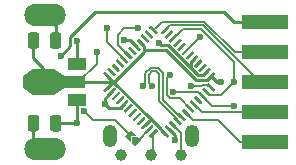
<source format=gbr>
%TF.GenerationSoftware,KiCad,Pcbnew,(5.1.6)-1*%
%TF.CreationDate,2020-09-29T18:05:28+08:00*%
%TF.ProjectId,stlink,73746c69-6e6b-42e6-9b69-6361645f7063,rev?*%
%TF.SameCoordinates,Original*%
%TF.FileFunction,Copper,L2,Bot*%
%TF.FilePolarity,Positive*%
%FSLAX46Y46*%
G04 Gerber Fmt 4.6, Leading zero omitted, Abs format (unit mm)*
G04 Created by KiCad (PCBNEW (5.1.6)-1) date 2020-09-29 18:05:28*
%MOMM*%
%LPD*%
G01*
G04 APERTURE LIST*
%TA.AperFunction,ComponentPad*%
%ADD10C,1.000000*%
%TD*%
%TA.AperFunction,ComponentPad*%
%ADD11O,1.200000X1.900000*%
%TD*%
%TA.AperFunction,SMDPad,CuDef*%
%ADD12C,0.100000*%
%TD*%
%TA.AperFunction,SMDPad,CuDef*%
%ADD13R,1.840000X2.200000*%
%TD*%
%TA.AperFunction,SMDPad,CuDef*%
%ADD14R,1.500000X1.000000*%
%TD*%
%TA.AperFunction,SMDPad,CuDef*%
%ADD15R,1.800000X1.000000*%
%TD*%
%TA.AperFunction,SMDPad,CuDef*%
%ADD16R,4.000000X1.270000*%
%TD*%
%TA.AperFunction,ComponentPad*%
%ADD17O,3.500000X1.900000*%
%TD*%
%TA.AperFunction,ViaPad*%
%ADD18C,0.600000*%
%TD*%
%TA.AperFunction,Conductor*%
%ADD19C,0.250000*%
%TD*%
%TA.AperFunction,Conductor*%
%ADD20C,0.150000*%
%TD*%
G04 APERTURE END LIST*
D10*
%TO.P,J4,3*%
%TO.N,L_SWDIO*%
X13540000Y-13100000D03*
%TO.P,J4,2*%
%TO.N,L_SWCLK*%
X11000000Y-13100000D03*
%TO.P,J4,1*%
%TO.N,GND*%
X8460000Y-13100000D03*
%TD*%
D11*
%TO.P,J1,6*%
%TO.N,GND*%
X14500000Y-11437500D03*
X7500000Y-11437500D03*
%TD*%
%TO.P,U1,48*%
%TO.N,+3V3*%
%TA.AperFunction,SMDPad,CuDef*%
G36*
G01*
X6971224Y-7562913D02*
X7501554Y-7032583D01*
G75*
G02*
X7589942Y-7032583I44194J-44194D01*
G01*
X7678330Y-7120971D01*
G75*
G02*
X7678330Y-7209359I-44194J-44194D01*
G01*
X7148000Y-7739689D01*
G75*
G02*
X7059612Y-7739689I-44194J44194D01*
G01*
X6971224Y-7651301D01*
G75*
G02*
X6971224Y-7562913I44194J44194D01*
G01*
G37*
%TD.AperFunction*%
%TO.P,U1,47*%
%TO.N,GND*%
%TA.AperFunction,SMDPad,CuDef*%
G36*
G01*
X7324777Y-7916466D02*
X7855107Y-7386136D01*
G75*
G02*
X7943495Y-7386136I44194J-44194D01*
G01*
X8031883Y-7474524D01*
G75*
G02*
X8031883Y-7562912I-44194J-44194D01*
G01*
X7501553Y-8093242D01*
G75*
G02*
X7413165Y-8093242I-44194J44194D01*
G01*
X7324777Y-8004854D01*
G75*
G02*
X7324777Y-7916466I44194J44194D01*
G01*
G37*
%TD.AperFunction*%
%TO.P,U1,46*%
%TO.N,Net-(U1-Pad46)*%
%TA.AperFunction,SMDPad,CuDef*%
G36*
G01*
X7678331Y-8270020D02*
X8208661Y-7739690D01*
G75*
G02*
X8297049Y-7739690I44194J-44194D01*
G01*
X8385437Y-7828078D01*
G75*
G02*
X8385437Y-7916466I-44194J-44194D01*
G01*
X7855107Y-8446796D01*
G75*
G02*
X7766719Y-8446796I-44194J44194D01*
G01*
X7678331Y-8358408D01*
G75*
G02*
X7678331Y-8270020I44194J44194D01*
G01*
G37*
%TD.AperFunction*%
%TO.P,U1,45*%
%TO.N,Net-(U1-Pad45)*%
%TA.AperFunction,SMDPad,CuDef*%
G36*
G01*
X8031884Y-8623573D02*
X8562214Y-8093243D01*
G75*
G02*
X8650602Y-8093243I44194J-44194D01*
G01*
X8738990Y-8181631D01*
G75*
G02*
X8738990Y-8270019I-44194J-44194D01*
G01*
X8208660Y-8800349D01*
G75*
G02*
X8120272Y-8800349I-44194J44194D01*
G01*
X8031884Y-8711961D01*
G75*
G02*
X8031884Y-8623573I44194J44194D01*
G01*
G37*
%TD.AperFunction*%
%TO.P,U1,44*%
%TO.N,GND*%
%TA.AperFunction,SMDPad,CuDef*%
G36*
G01*
X8385437Y-8977126D02*
X8915767Y-8446796D01*
G75*
G02*
X9004155Y-8446796I44194J-44194D01*
G01*
X9092543Y-8535184D01*
G75*
G02*
X9092543Y-8623572I-44194J-44194D01*
G01*
X8562213Y-9153902D01*
G75*
G02*
X8473825Y-9153902I-44194J44194D01*
G01*
X8385437Y-9065514D01*
G75*
G02*
X8385437Y-8977126I44194J44194D01*
G01*
G37*
%TD.AperFunction*%
%TO.P,U1,43*%
%TO.N,Net-(U1-Pad43)*%
%TA.AperFunction,SMDPad,CuDef*%
G36*
G01*
X8738991Y-9330680D02*
X9269321Y-8800350D01*
G75*
G02*
X9357709Y-8800350I44194J-44194D01*
G01*
X9446097Y-8888738D01*
G75*
G02*
X9446097Y-8977126I-44194J-44194D01*
G01*
X8915767Y-9507456D01*
G75*
G02*
X8827379Y-9507456I-44194J44194D01*
G01*
X8738991Y-9419068D01*
G75*
G02*
X8738991Y-9330680I44194J44194D01*
G01*
G37*
%TD.AperFunction*%
%TO.P,U1,42*%
%TO.N,Net-(U1-Pad42)*%
%TA.AperFunction,SMDPad,CuDef*%
G36*
G01*
X9092544Y-9684233D02*
X9622874Y-9153903D01*
G75*
G02*
X9711262Y-9153903I44194J-44194D01*
G01*
X9799650Y-9242291D01*
G75*
G02*
X9799650Y-9330679I-44194J-44194D01*
G01*
X9269320Y-9861009D01*
G75*
G02*
X9180932Y-9861009I-44194J44194D01*
G01*
X9092544Y-9772621D01*
G75*
G02*
X9092544Y-9684233I44194J44194D01*
G01*
G37*
%TD.AperFunction*%
%TO.P,U1,41*%
%TO.N,Net-(U1-Pad41)*%
%TA.AperFunction,SMDPad,CuDef*%
G36*
G01*
X9446098Y-10037787D02*
X9976428Y-9507457D01*
G75*
G02*
X10064816Y-9507457I44194J-44194D01*
G01*
X10153204Y-9595845D01*
G75*
G02*
X10153204Y-9684233I-44194J-44194D01*
G01*
X9622874Y-10214563D01*
G75*
G02*
X9534486Y-10214563I-44194J44194D01*
G01*
X9446098Y-10126175D01*
G75*
G02*
X9446098Y-10037787I44194J44194D01*
G01*
G37*
%TD.AperFunction*%
%TO.P,U1,40*%
%TO.N,Net-(U1-Pad40)*%
%TA.AperFunction,SMDPad,CuDef*%
G36*
G01*
X9799651Y-10391340D02*
X10329981Y-9861010D01*
G75*
G02*
X10418369Y-9861010I44194J-44194D01*
G01*
X10506757Y-9949398D01*
G75*
G02*
X10506757Y-10037786I-44194J-44194D01*
G01*
X9976427Y-10568116D01*
G75*
G02*
X9888039Y-10568116I-44194J44194D01*
G01*
X9799651Y-10479728D01*
G75*
G02*
X9799651Y-10391340I44194J44194D01*
G01*
G37*
%TD.AperFunction*%
%TO.P,U1,39*%
%TO.N,+3V3*%
%TA.AperFunction,SMDPad,CuDef*%
G36*
G01*
X10153204Y-10744893D02*
X10683534Y-10214563D01*
G75*
G02*
X10771922Y-10214563I44194J-44194D01*
G01*
X10860310Y-10302951D01*
G75*
G02*
X10860310Y-10391339I-44194J-44194D01*
G01*
X10329980Y-10921669D01*
G75*
G02*
X10241592Y-10921669I-44194J44194D01*
G01*
X10153204Y-10833281D01*
G75*
G02*
X10153204Y-10744893I44194J44194D01*
G01*
G37*
%TD.AperFunction*%
%TO.P,U1,38*%
%TO.N,Net-(JP1-Pad1)*%
%TA.AperFunction,SMDPad,CuDef*%
G36*
G01*
X10506758Y-11098447D02*
X11037088Y-10568117D01*
G75*
G02*
X11125476Y-10568117I44194J-44194D01*
G01*
X11213864Y-10656505D01*
G75*
G02*
X11213864Y-10744893I-44194J-44194D01*
G01*
X10683534Y-11275223D01*
G75*
G02*
X10595146Y-11275223I-44194J44194D01*
G01*
X10506758Y-11186835D01*
G75*
G02*
X10506758Y-11098447I44194J44194D01*
G01*
G37*
%TD.AperFunction*%
%TO.P,U1,37*%
%TO.N,L_SWCLK*%
%TA.AperFunction,SMDPad,CuDef*%
G36*
G01*
X10860311Y-11452000D02*
X11390641Y-10921670D01*
G75*
G02*
X11479029Y-10921670I44194J-44194D01*
G01*
X11567417Y-11010058D01*
G75*
G02*
X11567417Y-11098446I-44194J-44194D01*
G01*
X11037087Y-11628776D01*
G75*
G02*
X10948699Y-11628776I-44194J44194D01*
G01*
X10860311Y-11540388D01*
G75*
G02*
X10860311Y-11452000I44194J44194D01*
G01*
G37*
%TD.AperFunction*%
%TO.P,U1,36*%
%TO.N,+3V3*%
%TA.AperFunction,SMDPad,CuDef*%
G36*
G01*
X11832583Y-11010058D02*
X11920971Y-10921670D01*
G75*
G02*
X12009359Y-10921670I44194J-44194D01*
G01*
X12539689Y-11452000D01*
G75*
G02*
X12539689Y-11540388I-44194J-44194D01*
G01*
X12451301Y-11628776D01*
G75*
G02*
X12362913Y-11628776I-44194J44194D01*
G01*
X11832583Y-11098446D01*
G75*
G02*
X11832583Y-11010058I44194J44194D01*
G01*
G37*
%TD.AperFunction*%
%TO.P,U1,35*%
%TO.N,GND*%
%TA.AperFunction,SMDPad,CuDef*%
G36*
G01*
X12186136Y-10656505D02*
X12274524Y-10568117D01*
G75*
G02*
X12362912Y-10568117I44194J-44194D01*
G01*
X12893242Y-11098447D01*
G75*
G02*
X12893242Y-11186835I-44194J-44194D01*
G01*
X12804854Y-11275223D01*
G75*
G02*
X12716466Y-11275223I-44194J44194D01*
G01*
X12186136Y-10744893D01*
G75*
G02*
X12186136Y-10656505I44194J44194D01*
G01*
G37*
%TD.AperFunction*%
%TO.P,U1,34*%
%TO.N,L_SWDIO*%
%TA.AperFunction,SMDPad,CuDef*%
G36*
G01*
X12539690Y-10302951D02*
X12628078Y-10214563D01*
G75*
G02*
X12716466Y-10214563I44194J-44194D01*
G01*
X13246796Y-10744893D01*
G75*
G02*
X13246796Y-10833281I-44194J-44194D01*
G01*
X13158408Y-10921669D01*
G75*
G02*
X13070020Y-10921669I-44194J44194D01*
G01*
X12539690Y-10391339D01*
G75*
G02*
X12539690Y-10302951I44194J44194D01*
G01*
G37*
%TD.AperFunction*%
%TO.P,U1,33*%
%TO.N,USB_P*%
%TA.AperFunction,SMDPad,CuDef*%
G36*
G01*
X12893243Y-9949398D02*
X12981631Y-9861010D01*
G75*
G02*
X13070019Y-9861010I44194J-44194D01*
G01*
X13600349Y-10391340D01*
G75*
G02*
X13600349Y-10479728I-44194J-44194D01*
G01*
X13511961Y-10568116D01*
G75*
G02*
X13423573Y-10568116I-44194J44194D01*
G01*
X12893243Y-10037786D01*
G75*
G02*
X12893243Y-9949398I44194J44194D01*
G01*
G37*
%TD.AperFunction*%
%TO.P,U1,32*%
%TO.N,USB_N*%
%TA.AperFunction,SMDPad,CuDef*%
G36*
G01*
X13246796Y-9595845D02*
X13335184Y-9507457D01*
G75*
G02*
X13423572Y-9507457I44194J-44194D01*
G01*
X13953902Y-10037787D01*
G75*
G02*
X13953902Y-10126175I-44194J-44194D01*
G01*
X13865514Y-10214563D01*
G75*
G02*
X13777126Y-10214563I-44194J44194D01*
G01*
X13246796Y-9684233D01*
G75*
G02*
X13246796Y-9595845I44194J44194D01*
G01*
G37*
%TD.AperFunction*%
%TO.P,U1,31*%
%TO.N,T_SWO*%
%TA.AperFunction,SMDPad,CuDef*%
G36*
G01*
X13600350Y-9242291D02*
X13688738Y-9153903D01*
G75*
G02*
X13777126Y-9153903I44194J-44194D01*
G01*
X14307456Y-9684233D01*
G75*
G02*
X14307456Y-9772621I-44194J-44194D01*
G01*
X14219068Y-9861009D01*
G75*
G02*
X14130680Y-9861009I-44194J44194D01*
G01*
X13600350Y-9330679D01*
G75*
G02*
X13600350Y-9242291I44194J44194D01*
G01*
G37*
%TD.AperFunction*%
%TO.P,U1,30*%
%TO.N,LED_STA*%
%TA.AperFunction,SMDPad,CuDef*%
G36*
G01*
X13953903Y-8888738D02*
X14042291Y-8800350D01*
G75*
G02*
X14130679Y-8800350I44194J-44194D01*
G01*
X14661009Y-9330680D01*
G75*
G02*
X14661009Y-9419068I-44194J-44194D01*
G01*
X14572621Y-9507456D01*
G75*
G02*
X14484233Y-9507456I-44194J44194D01*
G01*
X13953903Y-8977126D01*
G75*
G02*
X13953903Y-8888738I44194J44194D01*
G01*
G37*
%TD.AperFunction*%
%TO.P,U1,29*%
%TO.N,MCO*%
%TA.AperFunction,SMDPad,CuDef*%
G36*
G01*
X14307457Y-8535184D02*
X14395845Y-8446796D01*
G75*
G02*
X14484233Y-8446796I44194J-44194D01*
G01*
X15014563Y-8977126D01*
G75*
G02*
X15014563Y-9065514I-44194J-44194D01*
G01*
X14926175Y-9153902D01*
G75*
G02*
X14837787Y-9153902I-44194J44194D01*
G01*
X14307457Y-8623572D01*
G75*
G02*
X14307457Y-8535184I44194J44194D01*
G01*
G37*
%TD.AperFunction*%
%TO.P,U1,28*%
%TO.N,Net-(U1-Pad28)*%
%TA.AperFunction,SMDPad,CuDef*%
G36*
G01*
X14661010Y-8181631D02*
X14749398Y-8093243D01*
G75*
G02*
X14837786Y-8093243I44194J-44194D01*
G01*
X15368116Y-8623573D01*
G75*
G02*
X15368116Y-8711961I-44194J-44194D01*
G01*
X15279728Y-8800349D01*
G75*
G02*
X15191340Y-8800349I-44194J44194D01*
G01*
X14661010Y-8270019D01*
G75*
G02*
X14661010Y-8181631I44194J44194D01*
G01*
G37*
%TD.AperFunction*%
%TO.P,U1,27*%
%TO.N,T_JTMS*%
%TA.AperFunction,SMDPad,CuDef*%
G36*
G01*
X15014563Y-7828078D02*
X15102951Y-7739690D01*
G75*
G02*
X15191339Y-7739690I44194J-44194D01*
G01*
X15721669Y-8270020D01*
G75*
G02*
X15721669Y-8358408I-44194J-44194D01*
G01*
X15633281Y-8446796D01*
G75*
G02*
X15544893Y-8446796I-44194J44194D01*
G01*
X15014563Y-7916466D01*
G75*
G02*
X15014563Y-7828078I44194J44194D01*
G01*
G37*
%TD.AperFunction*%
%TO.P,U1,26*%
%TO.N,T_JTCK*%
%TA.AperFunction,SMDPad,CuDef*%
G36*
G01*
X15368117Y-7474524D02*
X15456505Y-7386136D01*
G75*
G02*
X15544893Y-7386136I44194J-44194D01*
G01*
X16075223Y-7916466D01*
G75*
G02*
X16075223Y-8004854I-44194J-44194D01*
G01*
X15986835Y-8093242D01*
G75*
G02*
X15898447Y-8093242I-44194J44194D01*
G01*
X15368117Y-7562912D01*
G75*
G02*
X15368117Y-7474524I44194J44194D01*
G01*
G37*
%TD.AperFunction*%
%TO.P,U1,25*%
%TO.N,Net-(R3-Pad1)*%
%TA.AperFunction,SMDPad,CuDef*%
G36*
G01*
X15721670Y-7120971D02*
X15810058Y-7032583D01*
G75*
G02*
X15898446Y-7032583I44194J-44194D01*
G01*
X16428776Y-7562913D01*
G75*
G02*
X16428776Y-7651301I-44194J-44194D01*
G01*
X16340388Y-7739689D01*
G75*
G02*
X16252000Y-7739689I-44194J44194D01*
G01*
X15721670Y-7209359D01*
G75*
G02*
X15721670Y-7120971I44194J44194D01*
G01*
G37*
%TD.AperFunction*%
%TO.P,U1,24*%
%TO.N,+3V3*%
%TA.AperFunction,SMDPad,CuDef*%
G36*
G01*
X15721670Y-6590641D02*
X16252000Y-6060311D01*
G75*
G02*
X16340388Y-6060311I44194J-44194D01*
G01*
X16428776Y-6148699D01*
G75*
G02*
X16428776Y-6237087I-44194J-44194D01*
G01*
X15898446Y-6767417D01*
G75*
G02*
X15810058Y-6767417I-44194J44194D01*
G01*
X15721670Y-6679029D01*
G75*
G02*
X15721670Y-6590641I44194J44194D01*
G01*
G37*
%TD.AperFunction*%
%TO.P,U1,23*%
%TO.N,GND*%
%TA.AperFunction,SMDPad,CuDef*%
G36*
G01*
X15368117Y-6237088D02*
X15898447Y-5706758D01*
G75*
G02*
X15986835Y-5706758I44194J-44194D01*
G01*
X16075223Y-5795146D01*
G75*
G02*
X16075223Y-5883534I-44194J-44194D01*
G01*
X15544893Y-6413864D01*
G75*
G02*
X15456505Y-6413864I-44194J44194D01*
G01*
X15368117Y-6325476D01*
G75*
G02*
X15368117Y-6237088I44194J44194D01*
G01*
G37*
%TD.AperFunction*%
%TO.P,U1,22*%
%TO.N,Net-(U1-Pad22)*%
%TA.AperFunction,SMDPad,CuDef*%
G36*
G01*
X15014563Y-5883534D02*
X15544893Y-5353204D01*
G75*
G02*
X15633281Y-5353204I44194J-44194D01*
G01*
X15721669Y-5441592D01*
G75*
G02*
X15721669Y-5529980I-44194J-44194D01*
G01*
X15191339Y-6060310D01*
G75*
G02*
X15102951Y-6060310I-44194J44194D01*
G01*
X15014563Y-5971922D01*
G75*
G02*
X15014563Y-5883534I44194J44194D01*
G01*
G37*
%TD.AperFunction*%
%TO.P,U1,21*%
%TO.N,Net-(U1-Pad21)*%
%TA.AperFunction,SMDPad,CuDef*%
G36*
G01*
X14661010Y-5529981D02*
X15191340Y-4999651D01*
G75*
G02*
X15279728Y-4999651I44194J-44194D01*
G01*
X15368116Y-5088039D01*
G75*
G02*
X15368116Y-5176427I-44194J-44194D01*
G01*
X14837786Y-5706757D01*
G75*
G02*
X14749398Y-5706757I-44194J44194D01*
G01*
X14661010Y-5618369D01*
G75*
G02*
X14661010Y-5529981I44194J44194D01*
G01*
G37*
%TD.AperFunction*%
%TO.P,U1,20*%
%TO.N,GND*%
%TA.AperFunction,SMDPad,CuDef*%
G36*
G01*
X14307457Y-5176428D02*
X14837787Y-4646098D01*
G75*
G02*
X14926175Y-4646098I44194J-44194D01*
G01*
X15014563Y-4734486D01*
G75*
G02*
X15014563Y-4822874I-44194J-44194D01*
G01*
X14484233Y-5353204D01*
G75*
G02*
X14395845Y-5353204I-44194J44194D01*
G01*
X14307457Y-5264816D01*
G75*
G02*
X14307457Y-5176428I44194J44194D01*
G01*
G37*
%TD.AperFunction*%
%TO.P,U1,19*%
%TO.N,Net-(U1-Pad19)*%
%TA.AperFunction,SMDPad,CuDef*%
G36*
G01*
X13953903Y-4822874D02*
X14484233Y-4292544D01*
G75*
G02*
X14572621Y-4292544I44194J-44194D01*
G01*
X14661009Y-4380932D01*
G75*
G02*
X14661009Y-4469320I-44194J-44194D01*
G01*
X14130679Y-4999650D01*
G75*
G02*
X14042291Y-4999650I-44194J44194D01*
G01*
X13953903Y-4911262D01*
G75*
G02*
X13953903Y-4822874I44194J44194D01*
G01*
G37*
%TD.AperFunction*%
%TO.P,U1,18*%
%TO.N,T_nRST*%
%TA.AperFunction,SMDPad,CuDef*%
G36*
G01*
X13600350Y-4469321D02*
X14130680Y-3938991D01*
G75*
G02*
X14219068Y-3938991I44194J-44194D01*
G01*
X14307456Y-4027379D01*
G75*
G02*
X14307456Y-4115767I-44194J-44194D01*
G01*
X13777126Y-4646097D01*
G75*
G02*
X13688738Y-4646097I-44194J44194D01*
G01*
X13600350Y-4557709D01*
G75*
G02*
X13600350Y-4469321I44194J44194D01*
G01*
G37*
%TD.AperFunction*%
%TO.P,U1,17*%
%TO.N,Net-(U1-Pad17)*%
%TA.AperFunction,SMDPad,CuDef*%
G36*
G01*
X13246796Y-4115767D02*
X13777126Y-3585437D01*
G75*
G02*
X13865514Y-3585437I44194J-44194D01*
G01*
X13953902Y-3673825D01*
G75*
G02*
X13953902Y-3762213I-44194J-44194D01*
G01*
X13423572Y-4292543D01*
G75*
G02*
X13335184Y-4292543I-44194J44194D01*
G01*
X13246796Y-4204155D01*
G75*
G02*
X13246796Y-4115767I44194J44194D01*
G01*
G37*
%TD.AperFunction*%
%TO.P,U1,16*%
%TO.N,Net-(U1-Pad16)*%
%TA.AperFunction,SMDPad,CuDef*%
G36*
G01*
X12893243Y-3762214D02*
X13423573Y-3231884D01*
G75*
G02*
X13511961Y-3231884I44194J-44194D01*
G01*
X13600349Y-3320272D01*
G75*
G02*
X13600349Y-3408660I-44194J-44194D01*
G01*
X13070019Y-3938990D01*
G75*
G02*
X12981631Y-3938990I-44194J44194D01*
G01*
X12893243Y-3850602D01*
G75*
G02*
X12893243Y-3762214I44194J44194D01*
G01*
G37*
%TD.AperFunction*%
%TO.P,U1,15*%
%TO.N,T_JTCK*%
%TA.AperFunction,SMDPad,CuDef*%
G36*
G01*
X12539690Y-3408661D02*
X13070020Y-2878331D01*
G75*
G02*
X13158408Y-2878331I44194J-44194D01*
G01*
X13246796Y-2966719D01*
G75*
G02*
X13246796Y-3055107I-44194J-44194D01*
G01*
X12716466Y-3585437D01*
G75*
G02*
X12628078Y-3585437I-44194J44194D01*
G01*
X12539690Y-3497049D01*
G75*
G02*
X12539690Y-3408661I44194J44194D01*
G01*
G37*
%TD.AperFunction*%
%TO.P,U1,14*%
%TO.N,Net-(U1-Pad14)*%
%TA.AperFunction,SMDPad,CuDef*%
G36*
G01*
X12186136Y-3055107D02*
X12716466Y-2524777D01*
G75*
G02*
X12804854Y-2524777I44194J-44194D01*
G01*
X12893242Y-2613165D01*
G75*
G02*
X12893242Y-2701553I-44194J-44194D01*
G01*
X12362912Y-3231883D01*
G75*
G02*
X12274524Y-3231883I-44194J44194D01*
G01*
X12186136Y-3143495D01*
G75*
G02*
X12186136Y-3055107I44194J44194D01*
G01*
G37*
%TD.AperFunction*%
%TO.P,U1,13*%
%TO.N,RX*%
%TA.AperFunction,SMDPad,CuDef*%
G36*
G01*
X11832583Y-2701554D02*
X12362913Y-2171224D01*
G75*
G02*
X12451301Y-2171224I44194J-44194D01*
G01*
X12539689Y-2259612D01*
G75*
G02*
X12539689Y-2348000I-44194J-44194D01*
G01*
X12009359Y-2878330D01*
G75*
G02*
X11920971Y-2878330I-44194J44194D01*
G01*
X11832583Y-2789942D01*
G75*
G02*
X11832583Y-2701554I44194J44194D01*
G01*
G37*
%TD.AperFunction*%
%TO.P,U1,12*%
%TO.N,TX*%
%TA.AperFunction,SMDPad,CuDef*%
G36*
G01*
X10860311Y-2259612D02*
X10948699Y-2171224D01*
G75*
G02*
X11037087Y-2171224I44194J-44194D01*
G01*
X11567417Y-2701554D01*
G75*
G02*
X11567417Y-2789942I-44194J-44194D01*
G01*
X11479029Y-2878330D01*
G75*
G02*
X11390641Y-2878330I-44194J44194D01*
G01*
X10860311Y-2348000D01*
G75*
G02*
X10860311Y-2259612I44194J44194D01*
G01*
G37*
%TD.AperFunction*%
%TO.P,U1,11*%
%TO.N,Net-(U1-Pad11)*%
%TA.AperFunction,SMDPad,CuDef*%
G36*
G01*
X10506758Y-2613165D02*
X10595146Y-2524777D01*
G75*
G02*
X10683534Y-2524777I44194J-44194D01*
G01*
X11213864Y-3055107D01*
G75*
G02*
X11213864Y-3143495I-44194J-44194D01*
G01*
X11125476Y-3231883D01*
G75*
G02*
X11037088Y-3231883I-44194J44194D01*
G01*
X10506758Y-2701553D01*
G75*
G02*
X10506758Y-2613165I44194J44194D01*
G01*
G37*
%TD.AperFunction*%
%TO.P,U1,10*%
%TO.N,Net-(U1-Pad10)*%
%TA.AperFunction,SMDPad,CuDef*%
G36*
G01*
X10153204Y-2966719D02*
X10241592Y-2878331D01*
G75*
G02*
X10329980Y-2878331I44194J-44194D01*
G01*
X10860310Y-3408661D01*
G75*
G02*
X10860310Y-3497049I-44194J-44194D01*
G01*
X10771922Y-3585437D01*
G75*
G02*
X10683534Y-3585437I-44194J44194D01*
G01*
X10153204Y-3055107D01*
G75*
G02*
X10153204Y-2966719I44194J44194D01*
G01*
G37*
%TD.AperFunction*%
%TO.P,U1,9*%
%TO.N,+3V3*%
%TA.AperFunction,SMDPad,CuDef*%
G36*
G01*
X9799651Y-3320272D02*
X9888039Y-3231884D01*
G75*
G02*
X9976427Y-3231884I44194J-44194D01*
G01*
X10506757Y-3762214D01*
G75*
G02*
X10506757Y-3850602I-44194J-44194D01*
G01*
X10418369Y-3938990D01*
G75*
G02*
X10329981Y-3938990I-44194J44194D01*
G01*
X9799651Y-3408660D01*
G75*
G02*
X9799651Y-3320272I44194J44194D01*
G01*
G37*
%TD.AperFunction*%
%TO.P,U1,8*%
%TO.N,GND*%
%TA.AperFunction,SMDPad,CuDef*%
G36*
G01*
X9446098Y-3673825D02*
X9534486Y-3585437D01*
G75*
G02*
X9622874Y-3585437I44194J-44194D01*
G01*
X10153204Y-4115767D01*
G75*
G02*
X10153204Y-4204155I-44194J-44194D01*
G01*
X10064816Y-4292543D01*
G75*
G02*
X9976428Y-4292543I-44194J44194D01*
G01*
X9446098Y-3762213D01*
G75*
G02*
X9446098Y-3673825I44194J44194D01*
G01*
G37*
%TD.AperFunction*%
%TO.P,U1,7*%
%TO.N,L_nRST*%
%TA.AperFunction,SMDPad,CuDef*%
G36*
G01*
X9092544Y-4027379D02*
X9180932Y-3938991D01*
G75*
G02*
X9269320Y-3938991I44194J-44194D01*
G01*
X9799650Y-4469321D01*
G75*
G02*
X9799650Y-4557709I-44194J-44194D01*
G01*
X9711262Y-4646097D01*
G75*
G02*
X9622874Y-4646097I-44194J44194D01*
G01*
X9092544Y-4115767D01*
G75*
G02*
X9092544Y-4027379I44194J44194D01*
G01*
G37*
%TD.AperFunction*%
%TO.P,U1,6*%
%TO.N,Net-(C2-Pad1)*%
%TA.AperFunction,SMDPad,CuDef*%
G36*
G01*
X8738991Y-4380932D02*
X8827379Y-4292544D01*
G75*
G02*
X8915767Y-4292544I44194J-44194D01*
G01*
X9446097Y-4822874D01*
G75*
G02*
X9446097Y-4911262I-44194J-44194D01*
G01*
X9357709Y-4999650D01*
G75*
G02*
X9269321Y-4999650I-44194J44194D01*
G01*
X8738991Y-4469320D01*
G75*
G02*
X8738991Y-4380932I44194J44194D01*
G01*
G37*
%TD.AperFunction*%
%TO.P,U1,5*%
%TO.N,Net-(C1-Pad1)*%
%TA.AperFunction,SMDPad,CuDef*%
G36*
G01*
X8385437Y-4734486D02*
X8473825Y-4646098D01*
G75*
G02*
X8562213Y-4646098I44194J-44194D01*
G01*
X9092543Y-5176428D01*
G75*
G02*
X9092543Y-5264816I-44194J-44194D01*
G01*
X9004155Y-5353204D01*
G75*
G02*
X8915767Y-5353204I-44194J44194D01*
G01*
X8385437Y-4822874D01*
G75*
G02*
X8385437Y-4734486I44194J44194D01*
G01*
G37*
%TD.AperFunction*%
%TO.P,U1,4*%
%TO.N,Net-(U1-Pad4)*%
%TA.AperFunction,SMDPad,CuDef*%
G36*
G01*
X8031884Y-5088039D02*
X8120272Y-4999651D01*
G75*
G02*
X8208660Y-4999651I44194J-44194D01*
G01*
X8738990Y-5529981D01*
G75*
G02*
X8738990Y-5618369I-44194J-44194D01*
G01*
X8650602Y-5706757D01*
G75*
G02*
X8562214Y-5706757I-44194J44194D01*
G01*
X8031884Y-5176427D01*
G75*
G02*
X8031884Y-5088039I44194J44194D01*
G01*
G37*
%TD.AperFunction*%
%TO.P,U1,3*%
%TO.N,Net-(U1-Pad3)*%
%TA.AperFunction,SMDPad,CuDef*%
G36*
G01*
X7678331Y-5441592D02*
X7766719Y-5353204D01*
G75*
G02*
X7855107Y-5353204I44194J-44194D01*
G01*
X8385437Y-5883534D01*
G75*
G02*
X8385437Y-5971922I-44194J-44194D01*
G01*
X8297049Y-6060310D01*
G75*
G02*
X8208661Y-6060310I-44194J44194D01*
G01*
X7678331Y-5529980D01*
G75*
G02*
X7678331Y-5441592I44194J44194D01*
G01*
G37*
%TD.AperFunction*%
%TO.P,U1,2*%
%TO.N,Net-(U1-Pad2)*%
%TA.AperFunction,SMDPad,CuDef*%
G36*
G01*
X7324777Y-5795146D02*
X7413165Y-5706758D01*
G75*
G02*
X7501553Y-5706758I44194J-44194D01*
G01*
X8031883Y-6237088D01*
G75*
G02*
X8031883Y-6325476I-44194J-44194D01*
G01*
X7943495Y-6413864D01*
G75*
G02*
X7855107Y-6413864I-44194J44194D01*
G01*
X7324777Y-5883534D01*
G75*
G02*
X7324777Y-5795146I44194J44194D01*
G01*
G37*
%TD.AperFunction*%
%TO.P,U1,1*%
%TO.N,+3V3*%
%TA.AperFunction,SMDPad,CuDef*%
G36*
G01*
X6971224Y-6148699D02*
X7059612Y-6060311D01*
G75*
G02*
X7148000Y-6060311I44194J-44194D01*
G01*
X7678330Y-6590641D01*
G75*
G02*
X7678330Y-6679029I-44194J-44194D01*
G01*
X7589942Y-6767417D01*
G75*
G02*
X7501554Y-6767417I-44194J44194D01*
G01*
X6971224Y-6237087D01*
G75*
G02*
X6971224Y-6148699I44194J44194D01*
G01*
G37*
%TD.AperFunction*%
%TD*%
%TA.AperFunction,SMDPad,CuDef*%
D12*
%TO.P,U2,2*%
%TO.N,+3V3*%
G36*
X3809700Y-7300000D02*
G01*
X2809700Y-8000000D01*
X2809700Y-5800000D01*
X3809700Y-6500000D01*
X3809700Y-7300000D01*
G37*
%TD.AperFunction*%
D13*
X1900000Y-6900000D03*
D14*
%TO.P,U2,3*%
%TO.N,+5V*%
X4713500Y-8400000D03*
D15*
%TO.P,U2,2*%
%TO.N,+3V3*%
X4567000Y-6900000D03*
D14*
%TO.P,U2,1*%
%TO.N,GND*%
X4713500Y-5400000D03*
%TA.AperFunction,SMDPad,CuDef*%
D12*
%TO.P,U2,2*%
%TO.N,+3V3*%
G36*
X141500Y-6400000D02*
G01*
X991500Y-5800000D01*
X991500Y-8000000D01*
X141500Y-7400000D01*
X141500Y-6400000D01*
G37*
%TD.AperFunction*%
%TD*%
%TA.AperFunction,SMDPad,CuDef*%
%TO.P,JP1,2*%
%TO.N,USB_P*%
G36*
X9320711Y-10975736D02*
G01*
X9815685Y-11470711D01*
X9320711Y-11470711D01*
X9320711Y-11965685D01*
X8825736Y-11470711D01*
X9320711Y-10975736D01*
G37*
%TD.AperFunction*%
%TA.AperFunction,SMDPad,CuDef*%
%TO.P,JP1,1*%
%TO.N,Net-(JP1-Pad1)*%
G36*
X9409099Y-11559099D02*
G01*
X9904073Y-11559099D01*
X10151561Y-11806586D01*
X9656586Y-12301561D01*
X9409099Y-12054073D01*
X9409099Y-11559099D01*
G37*
%TD.AperFunction*%
%TD*%
D16*
%TO.P,J3,10*%
%TO.N,+5V*%
X20700000Y-1820000D03*
%TO.P,J3,9*%
%TO.N,TX*%
X20700000Y-4360000D03*
%TO.P,J3,8*%
%TO.N,RX*%
X20700000Y-6900000D03*
%TO.P,J3,7*%
%TO.N,MCO*%
X20700000Y-9440000D03*
%TO.P,J3,6*%
%TO.N,T_SWO*%
X20700000Y-11980000D03*
%TD*%
D17*
%TO.P,J2,5*%
%TO.N,GND*%
X2000000Y-1200000D03*
X2000000Y-12600000D03*
%TD*%
%TO.P,C4,2*%
%TO.N,GND*%
%TA.AperFunction,SMDPad,CuDef*%
G36*
G01*
X2450000Y-3856250D02*
X2450000Y-2943750D01*
G75*
G02*
X2693750Y-2700000I243750J0D01*
G01*
X3181250Y-2700000D01*
G75*
G02*
X3425000Y-2943750I0J-243750D01*
G01*
X3425000Y-3856250D01*
G75*
G02*
X3181250Y-4100000I-243750J0D01*
G01*
X2693750Y-4100000D01*
G75*
G02*
X2450000Y-3856250I0J243750D01*
G01*
G37*
%TD.AperFunction*%
%TO.P,C4,1*%
%TO.N,+3V3*%
%TA.AperFunction,SMDPad,CuDef*%
G36*
G01*
X575000Y-3856250D02*
X575000Y-2943750D01*
G75*
G02*
X818750Y-2700000I243750J0D01*
G01*
X1306250Y-2700000D01*
G75*
G02*
X1550000Y-2943750I0J-243750D01*
G01*
X1550000Y-3856250D01*
G75*
G02*
X1306250Y-4100000I-243750J0D01*
G01*
X818750Y-4100000D01*
G75*
G02*
X575000Y-3856250I0J243750D01*
G01*
G37*
%TD.AperFunction*%
%TD*%
%TO.P,C3,2*%
%TO.N,GND*%
%TA.AperFunction,SMDPad,CuDef*%
G36*
G01*
X1550000Y-9943750D02*
X1550000Y-10856250D01*
G75*
G02*
X1306250Y-11100000I-243750J0D01*
G01*
X818750Y-11100000D01*
G75*
G02*
X575000Y-10856250I0J243750D01*
G01*
X575000Y-9943750D01*
G75*
G02*
X818750Y-9700000I243750J0D01*
G01*
X1306250Y-9700000D01*
G75*
G02*
X1550000Y-9943750I0J-243750D01*
G01*
G37*
%TD.AperFunction*%
%TO.P,C3,1*%
%TO.N,+5V*%
%TA.AperFunction,SMDPad,CuDef*%
G36*
G01*
X3425000Y-9943750D02*
X3425000Y-10856250D01*
G75*
G02*
X3181250Y-11100000I-243750J0D01*
G01*
X2693750Y-11100000D01*
G75*
G02*
X2450000Y-10856250I0J243750D01*
G01*
X2450000Y-9943750D01*
G75*
G02*
X2693750Y-9700000I243750J0D01*
G01*
X3181250Y-9700000D01*
G75*
G02*
X3425000Y-9943750I0J-243750D01*
G01*
G37*
%TD.AperFunction*%
%TD*%
D18*
%TO.N,GND*%
X11700000Y-3630991D03*
X8750000Y-3350000D03*
X7150000Y-8750000D03*
X4750000Y-3400000D03*
X13015000Y-11850000D03*
%TO.N,Net-(C1-Pad1)*%
X7300000Y-2350000D03*
%TO.N,Net-(C2-Pad1)*%
X9900000Y-2350000D03*
%TO.N,+5V*%
X4750000Y-10400000D03*
X3350000Y-4700000D03*
%TO.N,+3V3*%
X6400000Y-4400000D03*
X16900000Y-6900000D03*
%TO.N,USB_P*%
X11055000Y-7232498D03*
X5300000Y-9350000D03*
%TO.N,USB_N*%
X10295000Y-7232498D03*
%TO.N,T_JTMS*%
X12850000Y-7750000D03*
X18050000Y-8900000D03*
%TO.N,T_JTCK*%
X18050000Y-6900000D03*
%TO.N,T_nRST*%
X15191628Y-3058372D03*
%TO.N,LED_STA*%
X12600000Y-6300000D03*
%TO.N,Net-(R3-Pad1)*%
X14400000Y-7225000D03*
%TD*%
D19*
%TO.N,GND*%
X15007343Y-6353626D02*
X15428355Y-6353626D01*
X15428355Y-6353626D02*
X15721670Y-6060311D01*
X14367694Y-5292967D02*
X14367694Y-5713977D01*
X14367694Y-5713977D02*
X15007343Y-6353626D01*
X14661010Y-4999651D02*
X14367694Y-5292967D01*
X14367694Y-5713977D02*
X12459698Y-3805981D01*
X11874990Y-3805981D02*
X11700000Y-3630991D01*
X12459698Y-3805981D02*
X11874990Y-3805981D01*
X9799651Y-3938990D02*
X9210661Y-3350000D01*
X9210661Y-3350000D02*
X8750000Y-3350000D01*
X7678330Y-7739689D02*
X7150000Y-8268019D01*
X7150000Y-8268019D02*
X7150000Y-8750000D01*
X4713500Y-3436500D02*
X4750000Y-3400000D01*
X4713500Y-5400000D02*
X4713500Y-3436500D01*
X1062500Y-11662500D02*
X2000000Y-12600000D01*
X1062500Y-10400000D02*
X1062500Y-11662500D01*
X2937500Y-2137500D02*
X2000000Y-1200000D01*
X2937500Y-3400000D02*
X2937500Y-2137500D01*
X12539689Y-10921670D02*
X13015000Y-11396981D01*
X13015000Y-11396981D02*
X13015000Y-11850000D01*
X8445674Y-9093665D02*
X8738990Y-8800349D01*
X7493665Y-9093665D02*
X8445674Y-9093665D01*
X7150000Y-8750000D02*
X7493665Y-9093665D01*
D20*
%TO.N,Net-(C1-Pad1)*%
X8738990Y-4999651D02*
X7300000Y-3560661D01*
X7300000Y-3560661D02*
X7300000Y-2350000D01*
%TO.N,Net-(C2-Pad1)*%
X8750000Y-2350000D02*
X9900000Y-2350000D01*
X8200000Y-3753553D02*
X8200000Y-2900000D01*
X8200000Y-2900000D02*
X8750000Y-2350000D01*
X9092544Y-4646097D02*
X8200000Y-3753553D01*
D19*
%TO.N,+5V*%
X4750000Y-10400000D02*
X2937500Y-10400000D01*
X4713500Y-10363500D02*
X4750000Y-10400000D01*
X4713500Y-8400000D02*
X4713500Y-10363500D01*
X4174999Y-3875001D02*
X3350000Y-4700000D01*
X20700000Y-1820000D02*
X18020000Y-1820000D01*
X17200000Y-1000000D02*
X6298998Y-1000000D01*
X6298998Y-1000000D02*
X4174999Y-3123999D01*
X18020000Y-1820000D02*
X17200000Y-1000000D01*
X4174999Y-3123999D02*
X4174999Y-3875001D01*
%TO.N,+3V3*%
X10923141Y-10151732D02*
X10506757Y-10568116D01*
X10923141Y-9976859D02*
X7823141Y-6876859D01*
X10923141Y-9976859D02*
X10923141Y-10151732D01*
X7823141Y-6887772D02*
X7324777Y-7386136D01*
X7823141Y-6876859D02*
X7823141Y-6887772D01*
X7787772Y-6876859D02*
X7324777Y-6413864D01*
X7823141Y-6876859D02*
X7787772Y-6876859D01*
X11860733Y-10949820D02*
X12186136Y-11275223D01*
X11860733Y-10914450D02*
X11860733Y-10949820D01*
X10923141Y-9976859D02*
X11860733Y-10914450D01*
X7869424Y-6876859D02*
X7823141Y-6876859D01*
X10446520Y-3878753D02*
X10446520Y-4299763D01*
X10153204Y-3585437D02*
X10446520Y-3878753D01*
X16075223Y-6413864D02*
X15735451Y-6753636D01*
X15735451Y-6753636D02*
X14841654Y-6753636D01*
X12294009Y-4205991D02*
X10540291Y-4205991D01*
X14841654Y-6753636D02*
X12294009Y-4205991D01*
X10540291Y-4205991D02*
X10323141Y-4423141D01*
X10446520Y-4299763D02*
X10323141Y-4423141D01*
X10323141Y-4423141D02*
X9448141Y-5298141D01*
X9448141Y-5298141D02*
X7869424Y-6876859D01*
X1062500Y-4883502D02*
X1900000Y-5721002D01*
X1900000Y-5721002D02*
X1900000Y-6900000D01*
X1062500Y-3400000D02*
X1062500Y-4883502D01*
X7846283Y-6900000D02*
X7869424Y-6876859D01*
X4567000Y-6900000D02*
X7846283Y-6900000D01*
D20*
X4868502Y-6900000D02*
X4567000Y-6900000D01*
X6400000Y-5368502D02*
X4868502Y-6900000D01*
X6400000Y-4400000D02*
X6400000Y-5368502D01*
D19*
X16561359Y-6900000D02*
X16075223Y-6413864D01*
X16900000Y-6900000D02*
X16561359Y-6900000D01*
X566500Y-6900000D02*
X4567000Y-6900000D01*
D20*
%TO.N,USB_P*%
X11055000Y-7232498D02*
X10830000Y-7007498D01*
X10830000Y-7007498D02*
X10830000Y-6289204D01*
X10830000Y-6289204D02*
X11114204Y-6005000D01*
X11114204Y-6005000D02*
X11435796Y-6005000D01*
X11435796Y-6005000D02*
X11695000Y-6264204D01*
X11695000Y-8528418D02*
X13246796Y-10080214D01*
X11695000Y-6264204D02*
X11695000Y-8528418D01*
X13246796Y-10080214D02*
X13246796Y-10214563D01*
X6100000Y-10150000D02*
X5300000Y-9350000D01*
X8000000Y-10150000D02*
X6100000Y-10150000D01*
X8000000Y-10150000D02*
X9249992Y-11399992D01*
%TO.N,USB_N*%
X10295000Y-7232498D02*
X10520000Y-7007498D01*
X10520000Y-7007498D02*
X10520000Y-6160796D01*
X10520000Y-6160796D02*
X10985796Y-5695000D01*
X10985796Y-5695000D02*
X11564204Y-5695000D01*
X11564204Y-5695000D02*
X12005000Y-6135796D01*
X13466000Y-9861010D02*
X13600349Y-9861010D01*
X12005000Y-6135796D02*
X12005000Y-8400010D01*
X12005000Y-8400010D02*
X13466000Y-9861010D01*
%TO.N,TX*%
X11519321Y-2219321D02*
X11213864Y-2524777D01*
X11938652Y-1799990D02*
X11519321Y-2219321D01*
X15524266Y-1799990D02*
X11938652Y-1799990D01*
X18084276Y-4360000D02*
X15524266Y-1799990D01*
X20700000Y-4360000D02*
X18084276Y-4360000D01*
%TO.N,RX*%
X20199998Y-6900000D02*
X20700000Y-6900000D01*
X15399998Y-2100000D02*
X20199998Y-6900000D01*
X12610913Y-2100000D02*
X15399998Y-2100000D01*
X12186136Y-2524777D02*
X12610913Y-2100000D01*
%TO.N,T_SWO*%
X13953903Y-9507456D02*
X13957456Y-9507456D01*
X13957456Y-9507456D02*
X14600000Y-10150000D01*
X18550000Y-11980000D02*
X20700000Y-11980000D01*
X16720000Y-10150000D02*
X18550000Y-11980000D01*
X14600000Y-10150000D02*
X16720000Y-10150000D01*
%TO.N,T_JTMS*%
X15024873Y-7750000D02*
X15368116Y-8093243D01*
X12850000Y-7750000D02*
X15024873Y-7750000D01*
X15368116Y-8093243D02*
X16174873Y-8900000D01*
X16174873Y-8900000D02*
X18050000Y-8900000D01*
%TO.N,T_JTCK*%
X15721670Y-7739689D02*
X15964986Y-7983005D01*
X16966995Y-7983005D02*
X18050000Y-6900000D01*
X15964986Y-7983005D02*
X16966995Y-7983005D01*
X18050000Y-5174280D02*
X18050000Y-6900000D01*
X15275720Y-2400000D02*
X18050000Y-5174280D01*
X12893243Y-3231884D02*
X13725127Y-2400000D01*
X13725127Y-2400000D02*
X15275720Y-2400000D01*
%TO.N,T_nRST*%
X13953903Y-4292544D02*
X13957456Y-4292544D01*
X13957456Y-4292544D02*
X15191628Y-3058372D01*
%TO.N,L_SWDIO*%
X13540000Y-11214873D02*
X12893243Y-10568116D01*
X13540000Y-13100000D02*
X13540000Y-11214873D01*
%TO.N,L_SWCLK*%
X11213864Y-12886136D02*
X11000000Y-13100000D01*
X11213864Y-11275223D02*
X11213864Y-12886136D01*
%TO.N,MCO*%
X15300661Y-9440000D02*
X14661010Y-8800349D01*
X20700000Y-9440000D02*
X15300661Y-9440000D01*
%TO.N,LED_STA*%
X13428554Y-8275001D02*
X12597999Y-8275001D01*
X14307456Y-9153903D02*
X13428554Y-8275001D01*
X12597999Y-8275001D02*
X12324999Y-8002001D01*
X12324999Y-8002001D02*
X12324999Y-6575001D01*
X12324999Y-6575001D02*
X12600000Y-6300000D01*
%TO.N,Net-(JP1-Pad1)*%
X9975395Y-11806586D02*
X10860311Y-10921670D01*
X9656586Y-11806586D02*
X9975395Y-11806586D01*
%TO.N,Net-(R3-Pad1)*%
X15260640Y-7225000D02*
X14400000Y-7225000D01*
X15342820Y-7142820D02*
X15260640Y-7225000D01*
X15831907Y-7142820D02*
X15342820Y-7142820D01*
X16075223Y-7386136D02*
X15831907Y-7142820D01*
%TD*%
M02*

</source>
